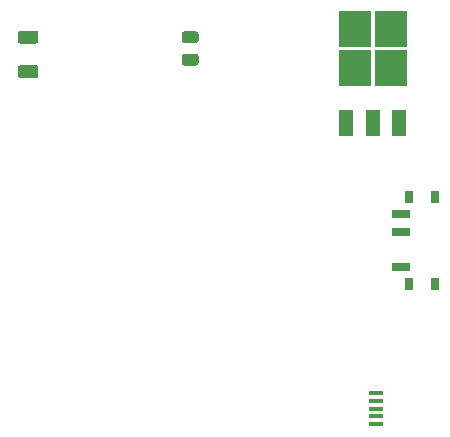
<source format=gbr>
%TF.GenerationSoftware,KiCad,Pcbnew,(5.1.10)-1*%
%TF.CreationDate,2021-09-09T07:46:21-05:00*%
%TF.ProjectId,Pivot_stand,5069766f-745f-4737-9461-6e642e6b6963,rev?*%
%TF.SameCoordinates,Original*%
%TF.FileFunction,Paste,Top*%
%TF.FilePolarity,Positive*%
%FSLAX46Y46*%
G04 Gerber Fmt 4.6, Leading zero omitted, Abs format (unit mm)*
G04 Created by KiCad (PCBNEW (5.1.10)-1) date 2021-09-09 07:46:21*
%MOMM*%
%LPD*%
G01*
G04 APERTURE LIST*
%ADD10R,0.800000X1.000000*%
%ADD11R,1.500000X0.700000*%
%ADD12R,2.750000X3.050000*%
%ADD13R,1.200000X2.200000*%
%ADD14R,1.300000X0.450000*%
G04 APERTURE END LIST*
D10*
%TO.C,I/O*%
X172940000Y-125062000D03*
X172940000Y-117762000D03*
X175150000Y-117762000D03*
X175150000Y-125062000D03*
D11*
X172290000Y-119162000D03*
X172290000Y-120662000D03*
X172290000Y-123662000D03*
%TD*%
D12*
%TO.C,U1*%
X171400200Y-106813800D03*
X168350200Y-103463800D03*
X168350200Y-106813800D03*
X171400200Y-103463800D03*
D13*
X172155200Y-111438800D03*
X169875200Y-111438800D03*
X167595200Y-111438800D03*
%TD*%
%TO.C,R1*%
G36*
G01*
X140090997Y-106553300D02*
X141341003Y-106553300D01*
G75*
G02*
X141591000Y-106803297I0J-249997D01*
G01*
X141591000Y-107428303D01*
G75*
G02*
X141341003Y-107678300I-249997J0D01*
G01*
X140090997Y-107678300D01*
G75*
G02*
X139841000Y-107428303I0J249997D01*
G01*
X139841000Y-106803297D01*
G75*
G02*
X140090997Y-106553300I249997J0D01*
G01*
G37*
G36*
G01*
X140090997Y-103628300D02*
X141341003Y-103628300D01*
G75*
G02*
X141591000Y-103878297I0J-249997D01*
G01*
X141591000Y-104503303D01*
G75*
G02*
X141341003Y-104753300I-249997J0D01*
G01*
X140090997Y-104753300D01*
G75*
G02*
X139841000Y-104503303I0J249997D01*
G01*
X139841000Y-103878297D01*
G75*
G02*
X140090997Y-103628300I249997J0D01*
G01*
G37*
%TD*%
D14*
%TO.C,J1*%
X170159600Y-134336000D03*
X170159600Y-134986000D03*
X170159600Y-135636000D03*
X170159600Y-136286000D03*
X170159600Y-136936000D03*
%TD*%
%TO.C,C1*%
G36*
G01*
X153957000Y-105590800D02*
X154907000Y-105590800D01*
G75*
G02*
X155157000Y-105840800I0J-250000D01*
G01*
X155157000Y-106340800D01*
G75*
G02*
X154907000Y-106590800I-250000J0D01*
G01*
X153957000Y-106590800D01*
G75*
G02*
X153707000Y-106340800I0J250000D01*
G01*
X153707000Y-105840800D01*
G75*
G02*
X153957000Y-105590800I250000J0D01*
G01*
G37*
G36*
G01*
X153957000Y-103690800D02*
X154907000Y-103690800D01*
G75*
G02*
X155157000Y-103940800I0J-250000D01*
G01*
X155157000Y-104440800D01*
G75*
G02*
X154907000Y-104690800I-250000J0D01*
G01*
X153957000Y-104690800D01*
G75*
G02*
X153707000Y-104440800I0J250000D01*
G01*
X153707000Y-103940800D01*
G75*
G02*
X153957000Y-103690800I250000J0D01*
G01*
G37*
%TD*%
M02*

</source>
